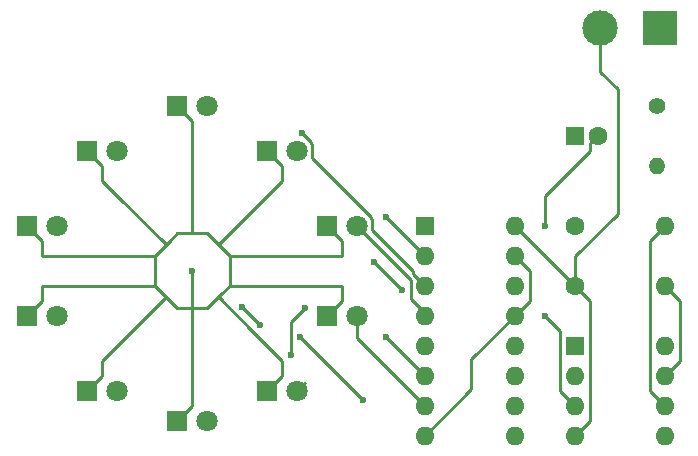
<source format=gbr>
G04 #@! TF.FileFunction,Copper,L1,Top,Signal*
%FSLAX46Y46*%
G04 Gerber Fmt 4.6, Leading zero omitted, Abs format (unit mm)*
G04 Created by KiCad (PCBNEW 4.0.7-e2-6376~58~ubuntu16.04.1) date Wed Jun 13 19:58:53 2018*
%MOMM*%
%LPD*%
G01*
G04 APERTURE LIST*
%ADD10C,0.100000*%
%ADD11C,1.400000*%
%ADD12O,1.400000X1.400000*%
%ADD13R,1.600000X1.600000*%
%ADD14C,1.600000*%
%ADD15R,1.800000X1.800000*%
%ADD16C,1.800000*%
%ADD17O,1.600000X1.600000*%
%ADD18R,3.000000X3.000000*%
%ADD19C,3.000000*%
%ADD20C,0.600000*%
%ADD21C,0.250000*%
G04 APERTURE END LIST*
D10*
D11*
X186690000Y-93980000D03*
D12*
X186690000Y-99060000D03*
D13*
X179705000Y-96520000D03*
D14*
X181705000Y-96520000D03*
D15*
X146050000Y-93980000D03*
D16*
X148590000Y-93980000D03*
D15*
X153670000Y-97790000D03*
D16*
X156210000Y-97790000D03*
D15*
X158750000Y-104140000D03*
D16*
X161290000Y-104140000D03*
D15*
X158750000Y-111760000D03*
D16*
X161290000Y-111760000D03*
D15*
X153670000Y-118110000D03*
D16*
X156210000Y-118110000D03*
D15*
X146050000Y-120650000D03*
D16*
X148590000Y-120650000D03*
D15*
X138430000Y-118110000D03*
D16*
X140970000Y-118110000D03*
D15*
X133350000Y-111760000D03*
D16*
X135890000Y-111760000D03*
D15*
X133350000Y-104140000D03*
D16*
X135890000Y-104140000D03*
D15*
X138430000Y-97790000D03*
D16*
X140970000Y-97790000D03*
D14*
X179705000Y-104140000D03*
D17*
X187325000Y-104140000D03*
D14*
X179705000Y-109220000D03*
D17*
X187325000Y-109220000D03*
D13*
X167005000Y-104140000D03*
D17*
X174625000Y-121920000D03*
X167005000Y-106680000D03*
X174625000Y-119380000D03*
X167005000Y-109220000D03*
X174625000Y-116840000D03*
X167005000Y-111760000D03*
X174625000Y-114300000D03*
X167005000Y-114300000D03*
X174625000Y-111760000D03*
X167005000Y-116840000D03*
X174625000Y-109220000D03*
X167005000Y-119380000D03*
X174625000Y-106680000D03*
X167005000Y-121920000D03*
X174625000Y-104140000D03*
D13*
X179705000Y-114300000D03*
D17*
X187325000Y-121920000D03*
X179705000Y-116840000D03*
X187325000Y-119380000D03*
X179705000Y-119380000D03*
X187325000Y-116840000D03*
X179705000Y-121920000D03*
X187325000Y-114300000D03*
D18*
X186944000Y-87439500D03*
D19*
X181864000Y-87439500D03*
D20*
X147320000Y-107950000D03*
X156591000Y-96266000D03*
X163703000Y-103378000D03*
X156845000Y-111125000D03*
X155702000Y-115062000D03*
X163703000Y-113538000D03*
X151511000Y-110998000D03*
X153035000Y-112522000D03*
X156464000Y-113538000D03*
X161798000Y-118872000D03*
X165100000Y-109601000D03*
X162687000Y-107188000D03*
X177165000Y-111760000D03*
X177165000Y-104140000D03*
D21*
X187325000Y-104140000D02*
X186055000Y-105410000D01*
X186055000Y-105410000D02*
X186055000Y-118110000D01*
X186055000Y-118110000D02*
X187325000Y-119380000D01*
X147320000Y-107950000D02*
X147320000Y-114935000D01*
X147320000Y-119380000D02*
X147320000Y-114935000D01*
X147320000Y-119380000D02*
X146050000Y-120650000D01*
X153035000Y-102235000D02*
X149542500Y-105727500D01*
X154940000Y-99060000D02*
X154940000Y-100330000D01*
X154940000Y-100330000D02*
X153035000Y-102235000D01*
X153670000Y-97790000D02*
X154940000Y-99060000D01*
X149542500Y-105727500D02*
X149225000Y-105410000D01*
X147320000Y-104775000D02*
X147320000Y-99060000D01*
X147320000Y-95250000D02*
X147320000Y-99060000D01*
X147320000Y-95250000D02*
X146050000Y-93980000D01*
X140970000Y-101600000D02*
X145097500Y-105727500D01*
X139700000Y-99060000D02*
X139700000Y-100330000D01*
X139700000Y-100330000D02*
X140970000Y-101600000D01*
X138430000Y-97790000D02*
X139700000Y-99060000D01*
X145097500Y-105727500D02*
X145415000Y-105410000D01*
X144145000Y-106680000D02*
X144145000Y-109220000D01*
X142240000Y-113030000D02*
X145097500Y-110172500D01*
X139700000Y-116840000D02*
X139700000Y-115570000D01*
X139700000Y-115570000D02*
X142240000Y-113030000D01*
X138430000Y-118110000D02*
X139700000Y-116840000D01*
X145097500Y-110172500D02*
X145415000Y-110490000D01*
X152400000Y-113030000D02*
X149542500Y-110172500D01*
X154940000Y-116840000D02*
X154940000Y-115570000D01*
X154940000Y-115570000D02*
X152400000Y-113030000D01*
X153670000Y-118110000D02*
X154940000Y-116840000D01*
X149542500Y-110172500D02*
X149860000Y-109855000D01*
X150495000Y-106680000D02*
X153670000Y-106680000D01*
X160020000Y-105410000D02*
X160020000Y-106680000D01*
X160020000Y-106680000D02*
X153670000Y-106680000D01*
X160020000Y-105410000D02*
X158750000Y-104140000D01*
X150495000Y-109220000D02*
X153670000Y-109220000D01*
X160020000Y-110490000D02*
X160020000Y-109220000D01*
X160020000Y-109220000D02*
X153670000Y-109220000D01*
X160020000Y-110490000D02*
X158750000Y-111760000D01*
X144145000Y-106680000D02*
X145415000Y-105410000D01*
X145415000Y-105410000D02*
X146050000Y-104775000D01*
X146050000Y-111125000D02*
X145415000Y-110490000D01*
X145415000Y-110490000D02*
X144145000Y-109220000D01*
X148590000Y-111125000D02*
X146050000Y-111125000D01*
X150495000Y-109220000D02*
X149860000Y-109855000D01*
X149860000Y-109855000D02*
X148590000Y-111125000D01*
X150495000Y-106680000D02*
X150495000Y-109220000D01*
X148590000Y-104775000D02*
X149225000Y-105410000D01*
X149225000Y-105410000D02*
X150495000Y-106680000D01*
X146050000Y-104775000D02*
X147320000Y-104775000D01*
X147320000Y-104775000D02*
X148590000Y-104775000D01*
X140970000Y-106680000D02*
X144145000Y-106680000D01*
X133350000Y-104140000D02*
X134620000Y-105410000D01*
X134620000Y-106680000D02*
X140970000Y-106680000D01*
X134620000Y-105410000D02*
X134620000Y-106680000D01*
X134620000Y-110490000D02*
X134620000Y-109220000D01*
X134620000Y-109220000D02*
X140970000Y-109220000D01*
X134620000Y-110490000D02*
X133350000Y-111760000D01*
X144145000Y-109220000D02*
X140970000Y-109220000D01*
X167005000Y-109220000D02*
X165989000Y-108204000D01*
X165989000Y-108204000D02*
X165989000Y-107950000D01*
X165989000Y-107950000D02*
X162560000Y-104521000D01*
X162560000Y-104521000D02*
X162560000Y-103632000D01*
X162560000Y-103632000D02*
X162433000Y-103505000D01*
X162433000Y-103505000D02*
X162433000Y-103378000D01*
X162433000Y-103378000D02*
X157480000Y-98425000D01*
X157480000Y-98425000D02*
X157480000Y-97282000D01*
X157480000Y-97282000D02*
X157353000Y-97155000D01*
X157353000Y-97155000D02*
X157353000Y-97028000D01*
X157353000Y-97028000D02*
X156591000Y-96266000D01*
X167005000Y-106680000D02*
X163703000Y-103378000D01*
X161290000Y-104140000D02*
X165862000Y-108712000D01*
X165862000Y-108712000D02*
X165862000Y-110363000D01*
X165862000Y-110363000D02*
X167005000Y-111506000D01*
X167005000Y-111506000D02*
X167005000Y-111760000D01*
X167005000Y-119380000D02*
X161290000Y-113665000D01*
X161290000Y-113665000D02*
X161290000Y-111760000D01*
X167005000Y-119126000D02*
X167005000Y-119380000D01*
X156210000Y-118110000D02*
X156845000Y-117475000D01*
X156845000Y-111125000D02*
X155702000Y-112268000D01*
X155702000Y-112268000D02*
X155702000Y-115062000D01*
X167005000Y-116840000D02*
X163703000Y-113538000D01*
X151511000Y-110998000D02*
X153035000Y-112522000D01*
X156464000Y-113538000D02*
X161798000Y-118872000D01*
X173926500Y-121920000D02*
X174625000Y-121920000D01*
X165100000Y-109601000D02*
X162687000Y-107188000D01*
X187325000Y-109220000D02*
X188595000Y-110490000D01*
X188595000Y-110490000D02*
X188595000Y-115570000D01*
X188595000Y-115570000D02*
X187325000Y-116840000D01*
X177165000Y-111760000D02*
X178435000Y-113030000D01*
X178435000Y-113030000D02*
X178435000Y-118110000D01*
X178435000Y-118110000D02*
X179705000Y-119380000D01*
X174625000Y-111760000D02*
X170942000Y-115443000D01*
X170942000Y-115443000D02*
X170942000Y-117983000D01*
X170942000Y-117983000D02*
X167005000Y-121920000D01*
X174625000Y-106680000D02*
X175895000Y-107950000D01*
X175895000Y-107950000D02*
X175895000Y-110490000D01*
X175895000Y-110490000D02*
X174625000Y-111760000D01*
X181705000Y-96520000D02*
X181610000Y-96520000D01*
X181610000Y-96520000D02*
X180975000Y-97155000D01*
X180975000Y-97155000D02*
X180975000Y-97790000D01*
X180975000Y-97790000D02*
X177165000Y-101600000D01*
X177165000Y-101600000D02*
X177165000Y-104140000D01*
X181610000Y-96520000D02*
X181705000Y-96520000D01*
X179705000Y-109220000D02*
X179705000Y-106743500D01*
X181864000Y-91122500D02*
X181864000Y-87439500D01*
X183324500Y-92583000D02*
X181864000Y-91122500D01*
X183324500Y-103124000D02*
X183324500Y-92583000D01*
X179705000Y-106743500D02*
X183324500Y-103124000D01*
X179705000Y-109220000D02*
X174625000Y-104140000D01*
X179705000Y-109220000D02*
X180975000Y-110490000D01*
X180975000Y-110490000D02*
X180975000Y-120650000D01*
X180975000Y-120650000D02*
X179705000Y-121920000D01*
M02*

</source>
